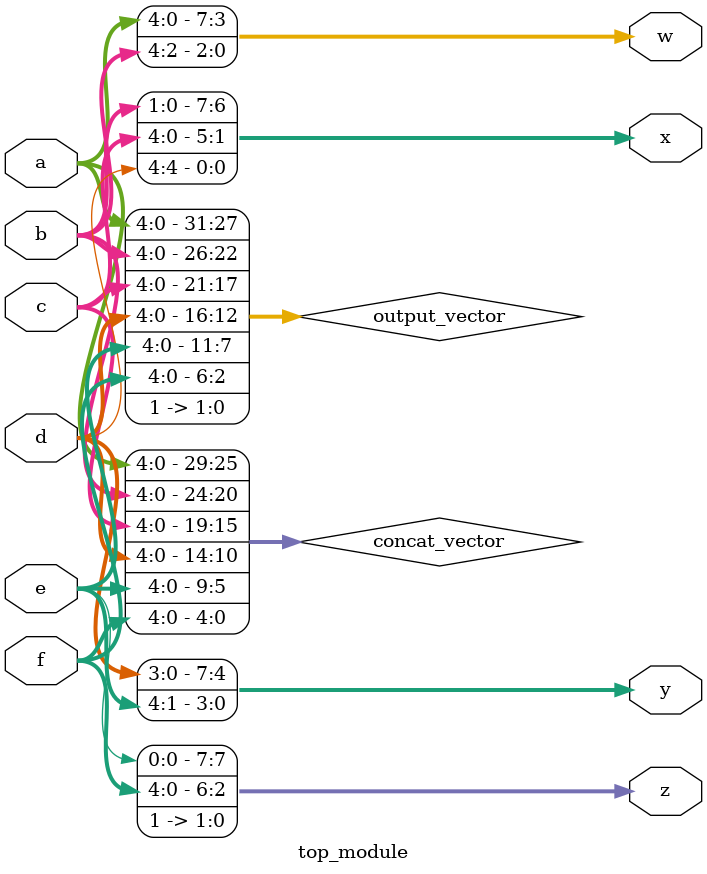
<source format=sv>
module top_module (
	input [4:0] a,
	input [4:0] b,
	input [4:0] c,
	input [4:0] d,
	input [4:0] e,
	input [4:0] f,
	output [7:0] w,
	output [7:0] x,
	output [7:0] y,
	output [7:0] z
);

	// Concatenate input vectors
	wire [29:0] concat_vector;
	assign concat_vector = {a, b, c, d, e, f};
	
	// Add two 1 bits in LSB positions
	wire [31:0] output_vector;
	assign output_vector = {concat_vector, 2'b11};

	// Split output vector
	assign {w, x, y, z} = output_vector;

endmodule

</source>
